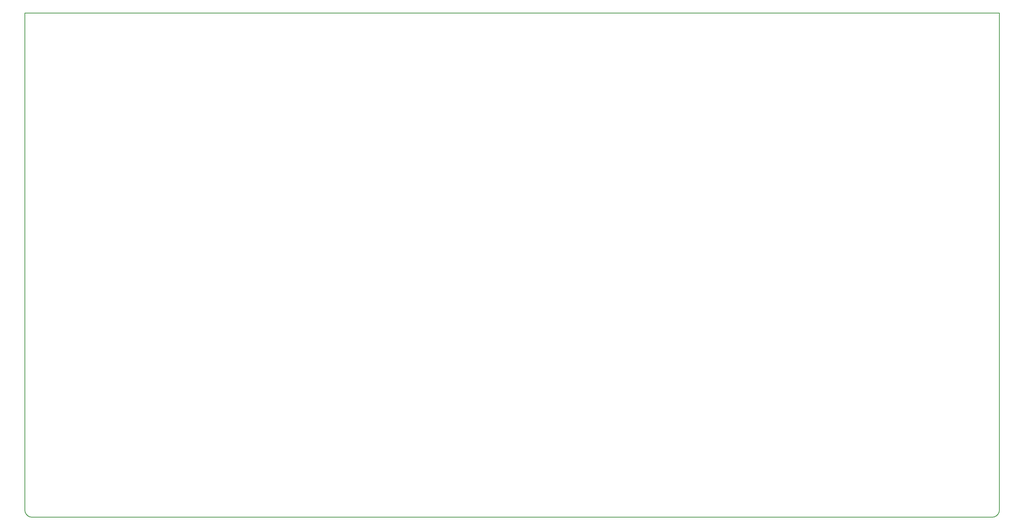
<source format=gm1>
%FSLAX24Y24*%
%MOIN*%
G70*
G01*
G75*
%ADD10C,0.0110*%
%ADD11C,0.0380*%
%ADD12C,0.0100*%
%ADD13R,0.0380X0.0380*%
%ADD14R,0.0600X0.0500*%
%ADD15R,0.0600X0.0600*%
%ADD16O,0.0630X0.0110*%
%ADD17O,0.0110X0.0630*%
%ADD18O,0.0630X0.0110*%
%ADD19R,0.0630X0.0110*%
%ADD20R,0.0500X0.0600*%
%ADD21R,0.0500X0.0650*%
%ADD22R,0.1614X0.0827*%
%ADD23R,0.0600X0.1000*%
%ADD24R,0.1250X0.0600*%
%ADD25R,0.0380X0.0425*%
%ADD26R,0.0709X0.1575*%
%ADD27C,0.0400*%
%ADD28R,0.1378X0.0709*%
%ADD29R,0.0709X0.1378*%
%ADD30R,0.0800X0.0800*%
%ADD31O,0.0846X0.0138*%
%ADD32R,0.0846X0.0138*%
%ADD33R,0.1181X0.1575*%
%ADD34R,0.0600X0.1250*%
%ADD35R,0.0900X0.1200*%
%ADD36R,0.0236X0.0433*%
%ADD37R,0.0906X0.0945*%
%ADD38C,0.0600*%
%ADD39C,0.0400*%
%ADD40C,0.0110*%
%ADD41C,0.0250*%
%ADD42C,0.0500*%
%ADD43C,0.0200*%
%ADD44C,0.0150*%
%ADD45C,0.0300*%
%ADD46C,0.0120*%
%ADD47C,0.1000*%
%ADD48C,0.0370*%
%ADD49C,0.0130*%
%ADD50C,0.0390*%
%ADD51C,0.0290*%
%ADD52C,0.0140*%
%ADD53C,0.0180*%
%ADD54C,0.0800*%
%ADD55R,0.5050X0.4500*%
%ADD56R,0.5050X0.4550*%
%ADD57R,0.5200X0.4550*%
%ADD58R,0.5050X0.9550*%
%ADD59C,0.0620*%
%ADD60C,0.0500*%
%ADD61C,0.0600*%
%ADD62C,0.1181*%
%ADD63P,0.1181X8X0*%
%ADD64C,0.0650*%
%ADD65C,0.2600*%
%ADD66C,0.0945*%
%ADD67C,0.0787*%
%ADD68C,0.0906*%
%ADD69P,0.0620X8X0*%
%ADD70C,0.1575*%
%ADD71C,0.0450*%
%ADD72C,0.0080*%
%ADD73C,0.0098*%
%ADD74C,0.0060*%
%ADD75C,0.0079*%
%ADD76C,0.0090*%
%ADD77C,0.0160*%
%ADD78R,0.0300X0.0500*%
%ADD79R,0.1500X0.0500*%
%ADD80R,0.0430X0.3100*%
%ADD81R,0.0130X0.0360*%
%ADD82C,0.0075*%
%ADD83C,0.0045*%
%ADD84C,0.0030*%
%ADD85R,0.0520X0.3010*%
%ADD86R,0.2970X0.0520*%
%ADD87R,0.0520X0.2970*%
%ADD88R,0.2960X0.0520*%
%ADD89R,0.0520X0.6940*%
%ADD90R,0.6930X0.0530*%
%ADD91R,0.0520X0.6930*%
%ADD92R,0.1300X0.1300*%
%ADD93R,0.2026X0.1063*%
%ADD94R,0.1675X3.5550*%
%ADD95R,0.1850X3.5600*%
%ADD96R,0.0450X0.0150*%
%ADD97R,0.0090X0.0150*%
%ADD98R,0.0129X0.0930*%
%ADD99R,0.0039X0.0108*%
%ADD100R,0.0460X0.0460*%
%ADD101R,0.0680X0.0580*%
%ADD102R,0.0680X0.0680*%
%ADD103O,0.0710X0.0190*%
%ADD104O,0.0190X0.0710*%
%ADD105O,0.0710X0.0190*%
%ADD106R,0.0710X0.0190*%
%ADD107R,0.0580X0.0680*%
%ADD108R,0.0580X0.0730*%
%ADD109R,0.1694X0.0907*%
%ADD110R,0.0680X0.1080*%
%ADD111R,0.1330X0.0680*%
%ADD112R,0.0460X0.0505*%
%ADD113R,0.0789X0.1655*%
%ADD114C,0.0800*%
%ADD115R,0.1458X0.0789*%
%ADD116R,0.0789X0.1458*%
%ADD117R,0.0880X0.0880*%
%ADD118O,0.0926X0.0218*%
%ADD119R,0.0926X0.0218*%
%ADD120R,0.1261X0.1655*%
%ADD121R,0.0680X0.1330*%
%ADD122R,0.0980X0.1280*%
%ADD123R,0.0316X0.0513*%
%ADD124R,0.0986X0.1025*%
%ADD125C,0.0700*%
%ADD126C,0.0580*%
%ADD127C,0.0680*%
%ADD128C,0.1261*%
%ADD129P,0.1261X8X0*%
%ADD130C,0.0730*%
%ADD131C,0.2680*%
%ADD132C,0.1025*%
%ADD133C,0.0080*%
%ADD134C,0.0867*%
%ADD135C,0.0986*%
%ADD136P,0.0700X8X0*%
%ADD137C,0.1655*%
%ADD138C,0.0480*%
%ADD139C,0.0530*%
D12*
X165550Y41981D02*
X165648Y41986D01*
X165745Y42000D01*
X165840Y42024D01*
X165933Y42057D01*
X166021Y42099D01*
X166106Y42149D01*
X166184Y42208D01*
X166257Y42274D01*
X166323Y42346D01*
X166381Y42425D01*
X166432Y42509D01*
X166474Y42598D01*
X166507Y42690D01*
X166531Y42786D01*
X166545Y42883D01*
X166550Y42981D01*
X31350D02*
X31355Y42883D01*
X31369Y42786D01*
X31393Y42690D01*
X31426Y42598D01*
X31468Y42509D01*
X31519Y42425D01*
X31577Y42346D01*
X31643Y42274D01*
X31716Y42208D01*
X31794Y42149D01*
X31879Y42099D01*
X31967Y42057D01*
X32060Y42024D01*
X32155Y42000D01*
X32252Y41986D01*
X32350Y41981D01*
X165550D01*
X31350Y112031D02*
X166550D01*
X31350Y42981D02*
Y112031D01*
X166550Y42981D02*
Y112031D01*
M02*

</source>
